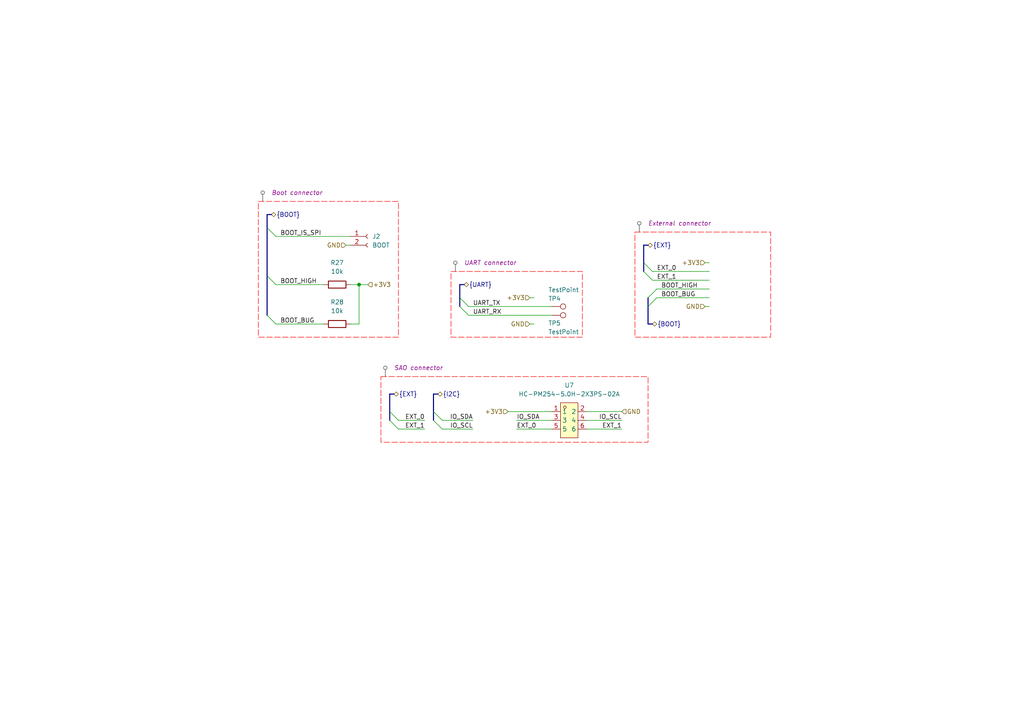
<source format=kicad_sch>
(kicad_sch (version 20250114) (generator "eeschema") (generator_version "9.0")
  (paper "A4")
  (title_block (title "Hack&Roll 2026 hardware badge") (date "2025-12-01") (rev "0.0.14") (company "NUS Hackers") (comment 1 "Art by @youngseopark05") (comment 2 "Developed by @yikjin and @Hackin7") (comment 3 "Licensed under CERN-OHL-P-2.0"))
  (lib_symbols
    (symbol "Connector:Conn_01x02_Socket" (pin_names (offset 1.016) (hide yes))
      (property "Reference" "J" (at 0 2.54 0))
      (property "Value" "Conn_01x02_Socket" (at 0 -5.08 0))
      (symbol "Conn_01x02_Socket_1_1"
        (polyline (pts (xy -1.27 0) (xy -0.508 0)) (stroke (width 0.1524)))
        (polyline (pts (xy -1.27 -2.54) (xy -0.508 -2.54)) (stroke (width 0.1524)))
        (arc (start 0 -0.508) (mid -0.5058 0) (end 0 0.508) (stroke (width 0.1524)))
        (arc (start 0 -3.048) (mid -0.5058 -2.54) (end 0 -2.032) (stroke (width 0.1524)))
        (pin passive line (at -5.08 0 0) (length 3.81) (name "Pin_1") (number "1"))
        (pin passive line (at -5.08 -2.54 0) (length 3.81) (name "Pin_2") (number "2"))
      )
    )
    (symbol "Connector:TestPoint" (pin_numbers (hide yes)) (pin_names (offset 0.762) (hide yes))
      (property "Reference" "TP" (at 0 6.858 0))
      (property "Value" "TestPoint" (at 0 5.08 0))
      (symbol "TestPoint_0_1"
        (circle (center 0 3.302) (radius 0.762))
      )
      (symbol "TestPoint_1_1"
        (pin passive line (at 0 0 90) (length 2.54) (name "1") (number "1"))
      )
    )
    (symbol "Device:R" (pin_numbers (hide yes)) (pin_names (offset 0))
      (property "Reference" "R" (at 2.032 0 90))
      (property "Value" "R" (at 0 0 90))
      (symbol "R_0_1"
        (rectangle (start -1.016 -2.54) (end 1.016 2.54) (stroke (width 0.254)))
      )
      (symbol "R_1_1"
        (pin passive line (at 0 3.81 270) (length 1.27) (name "~") (number "1"))
        (pin passive line (at 0 -3.81 90) (length 1.27) (name "~") (number "2"))
      )
    )
    (symbol "easyeda2kicad:HC-PM254-5.0H-2X3PS-02A"
      (property "Reference" "U" (at 0 7.62 0))
      (property "Value" "HC-PM254-5.0H-2X3PS-02A" (at 0 -7.62 0))
      (symbol "HC-PM254-5.0H-2X3PS-02A_0_1"
        (rectangle (start -2.54 5.08) (end 2.54 -5.08) (fill (type background)))
        (circle (center -1.27 3.81) (radius 0.38))
        (pin unspecified line (at -5.08 2.54 0) (length 2.54) (name "1") (number "1"))
        (pin unspecified line (at -5.08 0 0) (length 2.54) (name "3") (number "3"))
        (pin unspecified line (at -5.08 -2.54 0) (length 2.54) (name "5") (number "5"))
        (pin unspecified line (at 5.08 2.54 180) (length 2.54) (name "2") (number "2"))
        (pin unspecified line (at 5.08 0 180) (length 2.54) (name "4") (number "4"))
        (pin unspecified line (at 5.08 -2.54 180) (length 2.54) (name "6") (number "6"))
      )
    )
  )
  (junction (at 104.14 82.55))
  (bus_entry (at 125.73 119.38) (size 2.54 2.54))
  (bus_entry (at 77.47 91.44) (size 2.54 2.54))
  (bus_entry (at 77.47 80.01) (size 2.54 2.54))
  (bus_entry (at 113.03 121.92) (size 2.54 2.54))
  (bus_entry (at 77.47 66.04) (size 2.54 2.54))
  (bus_entry (at 125.73 121.92) (size 2.54 2.54))
  (bus_entry (at 190.5 83.82) (size -2.54 2.54))
  (bus_entry (at 133.35 88.9) (size 2.54 2.54))
  (bus_entry (at 186.69 76.2) (size 2.54 2.54))
  (bus_entry (at 113.03 119.38) (size 2.54 2.54))
  (bus_entry (at 190.5 86.36) (size -2.54 2.54))
  (bus_entry (at 186.69 78.74) (size 2.54 2.54))
  (bus_entry (at 133.35 86.36) (size 2.54 2.54))
  (wire (pts (xy 147.32 119.38) (xy 160.02 119.38)))
  (wire (pts (xy 101.6 93.98) (xy 104.14 93.98)))
  (bus (pts (xy 77.47 62.23) (xy 77.47 66.04)))
  (wire (pts (xy 189.23 78.74) (xy 205.74 78.74)))
  (wire (pts (xy 180.34 121.92) (xy 170.18 121.92)))
  (wire (pts (xy 153.67 93.98) (xy 154.94 93.98)))
  (wire (pts (xy 104.14 82.55) (xy 104.14 93.98)))
  (bus (pts (xy 187.96 86.36) (xy 187.96 88.9)))
  (wire (pts (xy 204.47 88.9) (xy 205.74 88.9)))
  (bus (pts (xy 186.69 71.12) (xy 187.96 71.12)))
  (wire (pts (xy 128.27 124.46) (xy 137.16 124.46)))
  (bus (pts (xy 186.69 71.12) (xy 186.69 76.2)))
  (wire (pts (xy 100.33 71.12) (xy 101.6 71.12)))
  (wire (pts (xy 115.57 121.92) (xy 123.19 121.92)))
  (wire (pts (xy 153.67 86.36) (xy 154.94 86.36)))
  (wire (pts (xy 135.89 88.9) (xy 160.02 88.9)))
  (bus (pts (xy 113.03 114.3) (xy 113.03 119.38)))
  (wire (pts (xy 128.27 121.92) (xy 137.16 121.92)))
  (wire (pts (xy 204.47 76.2) (xy 205.74 76.2)))
  (bus (pts (xy 77.47 91.44) (xy 77.47 80.01)))
  (bus (pts (xy 125.73 119.38) (xy 125.73 121.92)))
  (wire (pts (xy 101.6 82.55) (xy 104.14 82.55)))
  (bus (pts (xy 78.74 62.23) (xy 77.47 62.23)))
  (bus (pts (xy 113.03 119.38) (xy 113.03 121.92)))
  (wire (pts (xy 180.34 119.38) (xy 170.18 119.38)))
  (bus (pts (xy 133.35 82.55) (xy 133.35 86.36)))
  (wire (pts (xy 80.01 82.55) (xy 93.98 82.55)))
  (bus (pts (xy 186.69 76.2) (xy 186.69 78.74)))
  (wire (pts (xy 104.14 82.55) (xy 106.68 82.55)))
  (bus (pts (xy 125.73 114.3) (xy 125.73 119.38)))
  (wire (pts (xy 180.34 124.46) (xy 170.18 124.46)))
  (wire (pts (xy 80.01 93.98) (xy 93.98 93.98)))
  (bus (pts (xy 187.96 93.98) (xy 189.23 93.98)))
  (bus (pts (xy 134.62 82.55) (xy 133.35 82.55)))
  (wire (pts (xy 149.86 124.46) (xy 160.02 124.46)))
  (wire (pts (xy 189.23 81.28) (xy 205.74 81.28)))
  (wire (pts (xy 149.86 121.92) (xy 160.02 121.92)))
  (bus (pts (xy 113.03 114.3) (xy 114.3 114.3)))
  (bus (pts (xy 187.96 88.9) (xy 187.96 93.98)))
  (bus (pts (xy 77.47 80.01) (xy 77.47 66.04)))
  (wire (pts (xy 135.89 91.44) (xy 160.02 91.44)))
  (wire (pts (xy 115.57 124.46) (xy 123.19 124.46)))
  (wire (pts (xy 190.5 83.82) (xy 205.74 83.82)))
  (wire (pts (xy 80.01 68.58) (xy 101.6 68.58)))
  (bus (pts (xy 125.73 114.3) (xy 127 114.3)))
  (wire (pts (xy 190.5 86.36) (xy 205.74 86.36)))
  (bus (pts (xy 133.35 86.36) (xy 133.35 88.9)))
  (label "BOOT_IS_SPI" (at 81.28 68.58 0))
  (label "IO_SCL" (at 137.16 124.46 180))
  (label "UART_RX" (at 137.16 91.44 0))
  (label "IO_SCL" (at 180.34 121.92 180))
  (label "UART_TX" (at 137.16 88.9 0))
  (label "EXT_0" (at 149.86 124.46 0))
  (label "BOOT_HIGH" (at 81.28 82.55 0))
  (label "EXT_1" (at 180.34 124.46 180))
  (label "EXT_0" (at 123.19 121.92 180))
  (label "EXT_1" (at 123.19 124.46 180))
  (label "BOOT_BUG" (at 191.77 86.36 0))
  (label "IO_SDA" (at 149.86 121.92 0))
  (label "EXT_0" (at 190.5 78.74 0))
  (label "BOOT_BUG" (at 81.28 93.98 0))
  (label "EXT_1" (at 190.5 81.28 0))
  (label "BOOT_HIGH" (at 191.77 83.82 0))
  (label "IO_SDA" (at 137.16 121.92 180))
  (hierarchical_label "{EXT}" (shape bidirectional) (at 187.96 71.12 0))
  (hierarchical_label "+3V3" (shape input) (at 153.67 86.36 180))
  (hierarchical_label "{BOOT}" (shape bidirectional) (at 78.74 62.23 0))
  (hierarchical_label "{I2C}" (shape bidirectional) (at 127 114.3 0))
  (hierarchical_label "{EXT}" (shape bidirectional) (at 114.3 114.3 0))
  (hierarchical_label "{BOOT}" (shape bidirectional) (at 189.23 93.98 0))
  (hierarchical_label "GND" (shape input) (at 153.67 93.98 180))
  (hierarchical_label "GND" (shape input) (at 100.33 71.12 180))
  (hierarchical_label "GND" (shape input) (at 204.47 88.9 180))
  (hierarchical_label "GND" (shape input) (at 180.34 119.38 0))
  (hierarchical_label "{UART}" (shape bidirectional) (at 134.62 82.55 0))
  (hierarchical_label "+3V3" (shape input) (at 106.68 82.55 0))
  (hierarchical_label "+3V3" (shape input) (at 147.32 119.38 180))
  (hierarchical_label "+3V3" (shape input) (at 204.47 76.2 180))
  (rule_area (polyline (pts (xy 74.93 58.42) (xy 115.57 58.42) (xy 115.57 97.79) (xy 74.93 97.79)) (stroke (width 0) (type dash))))
  (rule_area (polyline (pts (xy 110.49 109.22) (xy 187.96 109.22) (xy 187.96 128.27) (xy 110.49 128.27)) (stroke (width 0) (type dash))))
  (rule_area (polyline (pts (xy 130.81 78.74) (xy 168.91 78.74) (xy 168.91 97.79) (xy 130.81 97.79)) (stroke (width 0) (type dash))))
  (rule_area (polyline (pts (xy 184.15 67.31) (xy 223.52 67.31) (xy 223.52 97.79) (xy 184.15 97.79)) (stroke (width 0) (type dash))))
  (netclass_flag "" (length 2.54) (shape round) (at 185.42 67.31 0) (property "Component Class" "External connector" (at 187.96 64.77 0) (effects (font (italic yes)) (justify left))))
  (netclass_flag "" (length 2.54) (shape round) (at 76.2 58.42 0) (property "Component Class" "Boot connector" (at 78.74 55.88 0) (effects (font (italic yes)) (justify left))))
  (netclass_flag "" (length 2.54) (shape round) (at 111.76 109.22 0) (property "Component Class" "SAO connector" (at 114.3 106.68 0) (effects (font (italic yes)) (justify left))))
  (netclass_flag "" (length 2.54) (shape round) (at 132.08 78.74 0) (property "Component Class" "UART connector" (at 134.62 76.2 0) (effects (font (italic yes)) (justify left))))
  (symbol (lib_id "Device:R") (at 97.79 82.55 90) (unit 1)
    (property "Reference" "R27" (at 97.79 76.2 90))
    (property "Value" "10k" (at 97.79 78.74 90))
    (property "Footprint" "Resistor_SMD:R_0805_2012Metric" (effects (hide yes)))
    (property "Datasheet" "https://jlcpcb.com/api/file/downloadByFileSystemAccessId/8589838450489917440" (effects (hide yes)))
    (property "Description" "-55℃~+155℃ 10kΩ 125mW 150V Thick Film Resistor ±100ppm/℃ ±5% 0805 Chip Resistor - Surface Mount ROHS" (effects (hide yes)))
    (property "Cost per unit" "0.0012" (effects (hide yes)))
    (property "PCB website" "https://jlcpcb.com/partdetail/FOJAN-FRC0805J103TS/C2930231" (effects (hide yes)))
    (property "LCSC Part #" "C2930231" (effects (hide yes)))
  )
  (symbol (lib_id "easyeda2kicad:HC-PM254-5.0H-2X3PS-02A") (at 165.1 121.92 0) (unit 1)
    (property "Reference" "U7" (at 165.1 111.76 0))
    (property "Value" "HC-PM254-5.0H-2X3PS-02A" (at 165.1 114.3 0))
    (property "Footprint" "easyeda2kicad:CONN-SMD_HC-PM254-5.0H-2X3PS-02A" (effects (hide yes)))
    (property "LCSC Part" "C42163131" (effects (hide yes)))
  )
  (symbol (lib_id "Device:R") (at 97.79 93.98 90) (unit 1)
    (property "Reference" "R28" (at 97.79 87.63 90))
    (property "Value" "10k" (at 97.79 90.17 90))
    (property "Footprint" "Resistor_SMD:R_0805_2012Metric" (effects (hide yes)))
    (property "Datasheet" "https://jlcpcb.com/api/file/downloadByFileSystemAccessId/8589838450489917440" (effects (hide yes)))
    (property "Description" "-55℃~+155℃ 10kΩ 125mW 150V Thick Film Resistor ±100ppm/℃ ±5% 0805 Chip Resistor - Surface Mount ROHS" (effects (hide yes)))
    (property "Cost per unit" "0.0012" (effects (hide yes)))
    (property "PCB website" "https://jlcpcb.com/partdetail/FOJAN-FRC0805J103TS/C2930231" (effects (hide yes)))
    (property "LCSC Part #" "C2930231" (effects (hide yes)))
  )
  (symbol (lib_id "Connector:TestPoint") (at 160.02 91.44 270) (unit 1)
    (property "Reference" "TP5" (at 159.004 93.726 90) (effects (justify left)))
    (property "Value" "TestPoint" (at 159.004 96.266 90) (effects (justify left)))
    (property "Footprint" "TestPoint:TestPoint_Pad_2.5x2.5mm" (effects (hide yes)))
    (property "Description" "test point" (effects (hide yes)))
  )
  (symbol (lib_id "Connector:TestPoint") (at 160.02 88.9 270) (mirror x) (unit 1)
    (property "Reference" "TP4" (at 159.004 86.614 90) (effects (justify left)))
    (property "Value" "TestPoint" (at 159.004 84.074 90) (effects (justify left)))
    (property "Footprint" "TestPoint:TestPoint_Pad_2.5x2.5mm" (effects (hide yes)))
    (property "Description" "test point" (effects (hide yes)))
  )
  (symbol (lib_id "Connector:Conn_01x02_Socket") (at 106.68 68.58 0) (unit 1) (in_bom no)
    (property "Reference" "J2" (at 107.95 68.5799 0) (effects (justify left)))
    (property "Value" "BOOT" (at 107.95 71.1199 0) (effects (justify left)))
    (property "Footprint" "Connector_PinSocket_2.54mm:PinSocket_1x02_P2.54mm_Vertical" (effects (hide yes)))
    (property "Description" "Generic connector, single row, 01x02, script generated" (effects (hide yes)))
  )
)
</source>
